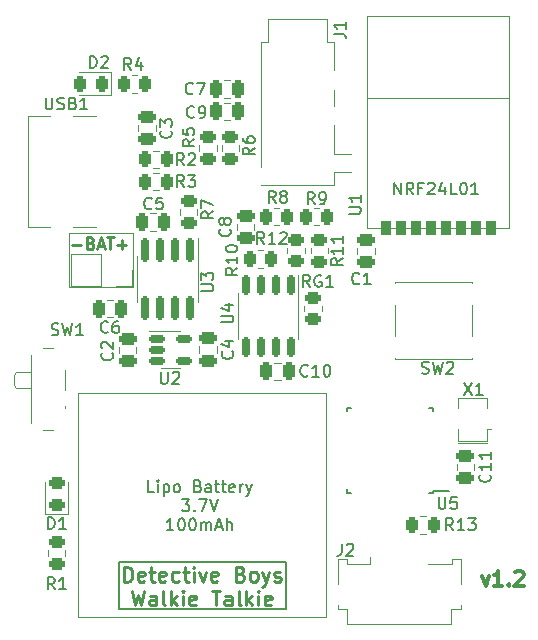
<source format=gbr>
%TF.GenerationSoftware,KiCad,Pcbnew,(6.0.0)*%
%TF.CreationDate,2023-02-19T23:28:08+01:00*%
%TF.ProjectId,DETECTIVE BOYS BADGE,44455445-4354-4495-9645-20424f595320,rev?*%
%TF.SameCoordinates,Original*%
%TF.FileFunction,Legend,Top*%
%TF.FilePolarity,Positive*%
%FSLAX46Y46*%
G04 Gerber Fmt 4.6, Leading zero omitted, Abs format (unit mm)*
G04 Created by KiCad (PCBNEW (6.0.0)) date 2023-02-19 23:28:08*
%MOMM*%
%LPD*%
G01*
G04 APERTURE LIST*
G04 Aperture macros list*
%AMRoundRect*
0 Rectangle with rounded corners*
0 $1 Rounding radius*
0 $2 $3 $4 $5 $6 $7 $8 $9 X,Y pos of 4 corners*
0 Add a 4 corners polygon primitive as box body*
4,1,4,$2,$3,$4,$5,$6,$7,$8,$9,$2,$3,0*
0 Add four circle primitives for the rounded corners*
1,1,$1+$1,$2,$3*
1,1,$1+$1,$4,$5*
1,1,$1+$1,$6,$7*
1,1,$1+$1,$8,$9*
0 Add four rect primitives between the rounded corners*
20,1,$1+$1,$2,$3,$4,$5,0*
20,1,$1+$1,$4,$5,$6,$7,0*
20,1,$1+$1,$6,$7,$8,$9,0*
20,1,$1+$1,$8,$9,$2,$3,0*%
G04 Aperture macros list end*
%ADD10C,0.100000*%
%ADD11C,0.150000*%
%ADD12C,0.300000*%
%ADD13C,0.250000*%
%ADD14C,0.120000*%
%ADD15RoundRect,0.250000X0.250000X0.475000X-0.250000X0.475000X-0.250000X-0.475000X0.250000X-0.475000X0*%
%ADD16RoundRect,0.250000X0.262500X0.450000X-0.262500X0.450000X-0.262500X-0.450000X0.262500X-0.450000X0*%
%ADD17C,1.500000*%
%ADD18R,2.500000X1.200000*%
%ADD19R,1.550000X1.300000*%
%ADD20RoundRect,0.243750X0.456250X-0.243750X0.456250X0.243750X-0.456250X0.243750X-0.456250X-0.243750X0*%
%ADD21RoundRect,0.250000X-0.250000X-0.475000X0.250000X-0.475000X0.250000X0.475000X-0.250000X0.475000X0*%
%ADD22RoundRect,0.400000X0.000000X-0.600000X0.000000X-0.600000X0.000000X0.600000X0.000000X0.600000X0*%
%ADD23RoundRect,0.250000X0.475000X-0.250000X0.475000X0.250000X-0.475000X0.250000X-0.475000X-0.250000X0*%
%ADD24RoundRect,0.150000X-0.150000X0.675000X-0.150000X-0.675000X0.150000X-0.675000X0.150000X0.675000X0*%
%ADD25RoundRect,0.243750X0.243750X0.456250X-0.243750X0.456250X-0.243750X-0.456250X0.243750X-0.456250X0*%
%ADD26C,0.900000*%
%ADD27R,0.800000X1.000000*%
%ADD28R,1.500000X0.700000*%
%ADD29RoundRect,0.250000X0.450000X-0.262500X0.450000X0.262500X-0.450000X0.262500X-0.450000X-0.262500X0*%
%ADD30RoundRect,0.250000X-0.450000X0.262500X-0.450000X-0.262500X0.450000X-0.262500X0.450000X0.262500X0*%
%ADD31RoundRect,0.250000X-0.475000X0.250000X-0.475000X-0.250000X0.475000X-0.250000X0.475000X0.250000X0*%
%ADD32R,1.600000X0.550000*%
%ADD33R,0.550000X1.600000*%
%ADD34R,1.700000X1.700000*%
%ADD35O,1.700000X1.700000*%
%ADD36C,0.650000*%
%ADD37R,1.450000X0.600000*%
%ADD38R,1.450000X0.300000*%
%ADD39O,1.600000X1.000000*%
%ADD40O,2.100000X1.000000*%
%ADD41RoundRect,0.250000X-0.262500X-0.450000X0.262500X-0.450000X0.262500X0.450000X-0.262500X0.450000X0*%
%ADD42R,1.900000X0.400000*%
%ADD43RoundRect,0.150000X-0.512500X-0.150000X0.512500X-0.150000X0.512500X0.150000X-0.512500X0.150000X0*%
%ADD44RoundRect,0.150000X-0.150000X0.825000X-0.150000X-0.825000X0.150000X-0.825000X0.150000X0.825000X0*%
%ADD45R,3.000000X2.290000*%
%ADD46R,0.400000X1.000000*%
%ADD47R,2.000000X1.300000*%
G04 APERTURE END LIST*
D10*
X156800000Y-153900000D02*
X135800000Y-153900000D01*
X135800000Y-153900000D02*
X135800000Y-134900000D01*
X135800000Y-134900000D02*
X156800000Y-134900000D01*
X156800000Y-134900000D02*
X156800000Y-153900000D01*
D11*
X153400000Y-153250000D02*
X139300000Y-153250000D01*
X139300000Y-153250000D02*
X139300000Y-149250000D01*
X139300000Y-149250000D02*
X153400000Y-149250000D01*
X153400000Y-149250000D02*
X153400000Y-153250000D01*
D10*
X135000000Y-121400000D02*
X140500000Y-121400000D01*
X140500000Y-121400000D02*
X140500000Y-126000000D01*
X140500000Y-126000000D02*
X135000000Y-126000000D01*
X135000000Y-126000000D02*
X135000000Y-121400000D01*
D11*
X142242857Y-143342380D02*
X141766666Y-143342380D01*
X141766666Y-142342380D01*
X142576190Y-143342380D02*
X142576190Y-142675714D01*
X142576190Y-142342380D02*
X142528571Y-142390000D01*
X142576190Y-142437619D01*
X142623809Y-142390000D01*
X142576190Y-142342380D01*
X142576190Y-142437619D01*
X143052380Y-142675714D02*
X143052380Y-143675714D01*
X143052380Y-142723333D02*
X143147619Y-142675714D01*
X143338095Y-142675714D01*
X143433333Y-142723333D01*
X143480952Y-142770952D01*
X143528571Y-142866190D01*
X143528571Y-143151904D01*
X143480952Y-143247142D01*
X143433333Y-143294761D01*
X143338095Y-143342380D01*
X143147619Y-143342380D01*
X143052380Y-143294761D01*
X144100000Y-143342380D02*
X144004761Y-143294761D01*
X143957142Y-143247142D01*
X143909523Y-143151904D01*
X143909523Y-142866190D01*
X143957142Y-142770952D01*
X144004761Y-142723333D01*
X144100000Y-142675714D01*
X144242857Y-142675714D01*
X144338095Y-142723333D01*
X144385714Y-142770952D01*
X144433333Y-142866190D01*
X144433333Y-143151904D01*
X144385714Y-143247142D01*
X144338095Y-143294761D01*
X144242857Y-143342380D01*
X144100000Y-143342380D01*
X145957142Y-142818571D02*
X146100000Y-142866190D01*
X146147619Y-142913809D01*
X146195238Y-143009047D01*
X146195238Y-143151904D01*
X146147619Y-143247142D01*
X146100000Y-143294761D01*
X146004761Y-143342380D01*
X145623809Y-143342380D01*
X145623809Y-142342380D01*
X145957142Y-142342380D01*
X146052380Y-142390000D01*
X146100000Y-142437619D01*
X146147619Y-142532857D01*
X146147619Y-142628095D01*
X146100000Y-142723333D01*
X146052380Y-142770952D01*
X145957142Y-142818571D01*
X145623809Y-142818571D01*
X147052380Y-143342380D02*
X147052380Y-142818571D01*
X147004761Y-142723333D01*
X146909523Y-142675714D01*
X146719047Y-142675714D01*
X146623809Y-142723333D01*
X147052380Y-143294761D02*
X146957142Y-143342380D01*
X146719047Y-143342380D01*
X146623809Y-143294761D01*
X146576190Y-143199523D01*
X146576190Y-143104285D01*
X146623809Y-143009047D01*
X146719047Y-142961428D01*
X146957142Y-142961428D01*
X147052380Y-142913809D01*
X147385714Y-142675714D02*
X147766666Y-142675714D01*
X147528571Y-142342380D02*
X147528571Y-143199523D01*
X147576190Y-143294761D01*
X147671428Y-143342380D01*
X147766666Y-143342380D01*
X147957142Y-142675714D02*
X148338095Y-142675714D01*
X148100000Y-142342380D02*
X148100000Y-143199523D01*
X148147619Y-143294761D01*
X148242857Y-143342380D01*
X148338095Y-143342380D01*
X149052380Y-143294761D02*
X148957142Y-143342380D01*
X148766666Y-143342380D01*
X148671428Y-143294761D01*
X148623809Y-143199523D01*
X148623809Y-142818571D01*
X148671428Y-142723333D01*
X148766666Y-142675714D01*
X148957142Y-142675714D01*
X149052380Y-142723333D01*
X149100000Y-142818571D01*
X149100000Y-142913809D01*
X148623809Y-143009047D01*
X149528571Y-143342380D02*
X149528571Y-142675714D01*
X149528571Y-142866190D02*
X149576190Y-142770952D01*
X149623809Y-142723333D01*
X149719047Y-142675714D01*
X149814285Y-142675714D01*
X150052380Y-142675714D02*
X150290476Y-143342380D01*
X150528571Y-142675714D02*
X150290476Y-143342380D01*
X150195238Y-143580476D01*
X150147619Y-143628095D01*
X150052380Y-143675714D01*
X144623809Y-143952380D02*
X145242857Y-143952380D01*
X144909523Y-144333333D01*
X145052380Y-144333333D01*
X145147619Y-144380952D01*
X145195238Y-144428571D01*
X145242857Y-144523809D01*
X145242857Y-144761904D01*
X145195238Y-144857142D01*
X145147619Y-144904761D01*
X145052380Y-144952380D01*
X144766666Y-144952380D01*
X144671428Y-144904761D01*
X144623809Y-144857142D01*
X145671428Y-144857142D02*
X145719047Y-144904761D01*
X145671428Y-144952380D01*
X145623809Y-144904761D01*
X145671428Y-144857142D01*
X145671428Y-144952380D01*
X146052380Y-143952380D02*
X146719047Y-143952380D01*
X146290476Y-144952380D01*
X146957142Y-143952380D02*
X147290476Y-144952380D01*
X147623809Y-143952380D01*
X143885714Y-146562380D02*
X143314285Y-146562380D01*
X143600000Y-146562380D02*
X143600000Y-145562380D01*
X143504761Y-145705238D01*
X143409523Y-145800476D01*
X143314285Y-145848095D01*
X144504761Y-145562380D02*
X144600000Y-145562380D01*
X144695238Y-145610000D01*
X144742857Y-145657619D01*
X144790476Y-145752857D01*
X144838095Y-145943333D01*
X144838095Y-146181428D01*
X144790476Y-146371904D01*
X144742857Y-146467142D01*
X144695238Y-146514761D01*
X144600000Y-146562380D01*
X144504761Y-146562380D01*
X144409523Y-146514761D01*
X144361904Y-146467142D01*
X144314285Y-146371904D01*
X144266666Y-146181428D01*
X144266666Y-145943333D01*
X144314285Y-145752857D01*
X144361904Y-145657619D01*
X144409523Y-145610000D01*
X144504761Y-145562380D01*
X145457142Y-145562380D02*
X145552380Y-145562380D01*
X145647619Y-145610000D01*
X145695238Y-145657619D01*
X145742857Y-145752857D01*
X145790476Y-145943333D01*
X145790476Y-146181428D01*
X145742857Y-146371904D01*
X145695238Y-146467142D01*
X145647619Y-146514761D01*
X145552380Y-146562380D01*
X145457142Y-146562380D01*
X145361904Y-146514761D01*
X145314285Y-146467142D01*
X145266666Y-146371904D01*
X145219047Y-146181428D01*
X145219047Y-145943333D01*
X145266666Y-145752857D01*
X145314285Y-145657619D01*
X145361904Y-145610000D01*
X145457142Y-145562380D01*
X146219047Y-146562380D02*
X146219047Y-145895714D01*
X146219047Y-145990952D02*
X146266666Y-145943333D01*
X146361904Y-145895714D01*
X146504761Y-145895714D01*
X146600000Y-145943333D01*
X146647619Y-146038571D01*
X146647619Y-146562380D01*
X146647619Y-146038571D02*
X146695238Y-145943333D01*
X146790476Y-145895714D01*
X146933333Y-145895714D01*
X147028571Y-145943333D01*
X147076190Y-146038571D01*
X147076190Y-146562380D01*
X147504761Y-146276666D02*
X147980952Y-146276666D01*
X147409523Y-146562380D02*
X147742857Y-145562380D01*
X148076190Y-146562380D01*
X148409523Y-146562380D02*
X148409523Y-145562380D01*
X148838095Y-146562380D02*
X148838095Y-146038571D01*
X148790476Y-145943333D01*
X148695238Y-145895714D01*
X148552380Y-145895714D01*
X148457142Y-145943333D01*
X148409523Y-145990952D01*
D12*
X170014285Y-150432142D02*
X170311904Y-151265476D01*
X170609523Y-150432142D01*
X171740476Y-151265476D02*
X171026190Y-151265476D01*
X171383333Y-151265476D02*
X171383333Y-150015476D01*
X171264285Y-150194047D01*
X171145238Y-150313095D01*
X171026190Y-150372619D01*
X172276190Y-151146428D02*
X172335714Y-151205952D01*
X172276190Y-151265476D01*
X172216666Y-151205952D01*
X172276190Y-151146428D01*
X172276190Y-151265476D01*
X172811904Y-150134523D02*
X172871428Y-150075000D01*
X172990476Y-150015476D01*
X173288095Y-150015476D01*
X173407142Y-150075000D01*
X173466666Y-150134523D01*
X173526190Y-150253571D01*
X173526190Y-150372619D01*
X173466666Y-150551190D01*
X172752380Y-151265476D01*
X173526190Y-151265476D01*
D13*
X135290476Y-122371428D02*
X136052380Y-122371428D01*
X136861904Y-122228571D02*
X137004761Y-122276190D01*
X137052380Y-122323809D01*
X137100000Y-122419047D01*
X137100000Y-122561904D01*
X137052380Y-122657142D01*
X137004761Y-122704761D01*
X136909523Y-122752380D01*
X136528571Y-122752380D01*
X136528571Y-121752380D01*
X136861904Y-121752380D01*
X136957142Y-121800000D01*
X137004761Y-121847619D01*
X137052380Y-121942857D01*
X137052380Y-122038095D01*
X137004761Y-122133333D01*
X136957142Y-122180952D01*
X136861904Y-122228571D01*
X136528571Y-122228571D01*
X137480952Y-122466666D02*
X137957142Y-122466666D01*
X137385714Y-122752380D02*
X137719047Y-121752380D01*
X138052380Y-122752380D01*
X138242857Y-121752380D02*
X138814285Y-121752380D01*
X138528571Y-122752380D02*
X138528571Y-121752380D01*
X139147619Y-122371428D02*
X139909523Y-122371428D01*
X139528571Y-122752380D02*
X139528571Y-121990476D01*
X139692857Y-150909226D02*
X139692857Y-149659226D01*
X139990476Y-149659226D01*
X140169047Y-149718750D01*
X140288095Y-149837797D01*
X140347619Y-149956845D01*
X140407142Y-150194940D01*
X140407142Y-150373511D01*
X140347619Y-150611607D01*
X140288095Y-150730654D01*
X140169047Y-150849702D01*
X139990476Y-150909226D01*
X139692857Y-150909226D01*
X141419047Y-150849702D02*
X141300000Y-150909226D01*
X141061904Y-150909226D01*
X140942857Y-150849702D01*
X140883333Y-150730654D01*
X140883333Y-150254464D01*
X140942857Y-150135416D01*
X141061904Y-150075892D01*
X141300000Y-150075892D01*
X141419047Y-150135416D01*
X141478571Y-150254464D01*
X141478571Y-150373511D01*
X140883333Y-150492559D01*
X141835714Y-150075892D02*
X142311904Y-150075892D01*
X142014285Y-149659226D02*
X142014285Y-150730654D01*
X142073809Y-150849702D01*
X142192857Y-150909226D01*
X142311904Y-150909226D01*
X143204761Y-150849702D02*
X143085714Y-150909226D01*
X142847619Y-150909226D01*
X142728571Y-150849702D01*
X142669047Y-150730654D01*
X142669047Y-150254464D01*
X142728571Y-150135416D01*
X142847619Y-150075892D01*
X143085714Y-150075892D01*
X143204761Y-150135416D01*
X143264285Y-150254464D01*
X143264285Y-150373511D01*
X142669047Y-150492559D01*
X144335714Y-150849702D02*
X144216666Y-150909226D01*
X143978571Y-150909226D01*
X143859523Y-150849702D01*
X143800000Y-150790178D01*
X143740476Y-150671130D01*
X143740476Y-150313988D01*
X143800000Y-150194940D01*
X143859523Y-150135416D01*
X143978571Y-150075892D01*
X144216666Y-150075892D01*
X144335714Y-150135416D01*
X144692857Y-150075892D02*
X145169047Y-150075892D01*
X144871428Y-149659226D02*
X144871428Y-150730654D01*
X144930952Y-150849702D01*
X145050000Y-150909226D01*
X145169047Y-150909226D01*
X145585714Y-150909226D02*
X145585714Y-150075892D01*
X145585714Y-149659226D02*
X145526190Y-149718750D01*
X145585714Y-149778273D01*
X145645238Y-149718750D01*
X145585714Y-149659226D01*
X145585714Y-149778273D01*
X146061904Y-150075892D02*
X146359523Y-150909226D01*
X146657142Y-150075892D01*
X147609523Y-150849702D02*
X147490476Y-150909226D01*
X147252380Y-150909226D01*
X147133333Y-150849702D01*
X147073809Y-150730654D01*
X147073809Y-150254464D01*
X147133333Y-150135416D01*
X147252380Y-150075892D01*
X147490476Y-150075892D01*
X147609523Y-150135416D01*
X147669047Y-150254464D01*
X147669047Y-150373511D01*
X147073809Y-150492559D01*
X149573809Y-150254464D02*
X149752380Y-150313988D01*
X149811904Y-150373511D01*
X149871428Y-150492559D01*
X149871428Y-150671130D01*
X149811904Y-150790178D01*
X149752380Y-150849702D01*
X149633333Y-150909226D01*
X149157142Y-150909226D01*
X149157142Y-149659226D01*
X149573809Y-149659226D01*
X149692857Y-149718750D01*
X149752380Y-149778273D01*
X149811904Y-149897321D01*
X149811904Y-150016369D01*
X149752380Y-150135416D01*
X149692857Y-150194940D01*
X149573809Y-150254464D01*
X149157142Y-150254464D01*
X150585714Y-150909226D02*
X150466666Y-150849702D01*
X150407142Y-150790178D01*
X150347619Y-150671130D01*
X150347619Y-150313988D01*
X150407142Y-150194940D01*
X150466666Y-150135416D01*
X150585714Y-150075892D01*
X150764285Y-150075892D01*
X150883333Y-150135416D01*
X150942857Y-150194940D01*
X151002380Y-150313988D01*
X151002380Y-150671130D01*
X150942857Y-150790178D01*
X150883333Y-150849702D01*
X150764285Y-150909226D01*
X150585714Y-150909226D01*
X151419047Y-150075892D02*
X151716666Y-150909226D01*
X152014285Y-150075892D02*
X151716666Y-150909226D01*
X151597619Y-151206845D01*
X151538095Y-151266369D01*
X151419047Y-151325892D01*
X152430952Y-150849702D02*
X152550000Y-150909226D01*
X152788095Y-150909226D01*
X152907142Y-150849702D01*
X152966666Y-150730654D01*
X152966666Y-150671130D01*
X152907142Y-150552083D01*
X152788095Y-150492559D01*
X152609523Y-150492559D01*
X152490476Y-150433035D01*
X152430952Y-150313988D01*
X152430952Y-150254464D01*
X152490476Y-150135416D01*
X152609523Y-150075892D01*
X152788095Y-150075892D01*
X152907142Y-150135416D01*
X140347619Y-151671726D02*
X140645238Y-152921726D01*
X140883333Y-152028869D01*
X141121428Y-152921726D01*
X141419047Y-151671726D01*
X142430952Y-152921726D02*
X142430952Y-152266964D01*
X142371428Y-152147916D01*
X142252380Y-152088392D01*
X142014285Y-152088392D01*
X141895238Y-152147916D01*
X142430952Y-152862202D02*
X142311904Y-152921726D01*
X142014285Y-152921726D01*
X141895238Y-152862202D01*
X141835714Y-152743154D01*
X141835714Y-152624107D01*
X141895238Y-152505059D01*
X142014285Y-152445535D01*
X142311904Y-152445535D01*
X142430952Y-152386011D01*
X143204761Y-152921726D02*
X143085714Y-152862202D01*
X143026190Y-152743154D01*
X143026190Y-151671726D01*
X143680952Y-152921726D02*
X143680952Y-151671726D01*
X143800000Y-152445535D02*
X144157142Y-152921726D01*
X144157142Y-152088392D02*
X143680952Y-152564583D01*
X144692857Y-152921726D02*
X144692857Y-152088392D01*
X144692857Y-151671726D02*
X144633333Y-151731250D01*
X144692857Y-151790773D01*
X144752380Y-151731250D01*
X144692857Y-151671726D01*
X144692857Y-151790773D01*
X145764285Y-152862202D02*
X145645238Y-152921726D01*
X145407142Y-152921726D01*
X145288095Y-152862202D01*
X145228571Y-152743154D01*
X145228571Y-152266964D01*
X145288095Y-152147916D01*
X145407142Y-152088392D01*
X145645238Y-152088392D01*
X145764285Y-152147916D01*
X145823809Y-152266964D01*
X145823809Y-152386011D01*
X145228571Y-152505059D01*
X147133333Y-151671726D02*
X147847619Y-151671726D01*
X147490476Y-152921726D02*
X147490476Y-151671726D01*
X148800000Y-152921726D02*
X148800000Y-152266964D01*
X148740476Y-152147916D01*
X148621428Y-152088392D01*
X148383333Y-152088392D01*
X148264285Y-152147916D01*
X148800000Y-152862202D02*
X148680952Y-152921726D01*
X148383333Y-152921726D01*
X148264285Y-152862202D01*
X148204761Y-152743154D01*
X148204761Y-152624107D01*
X148264285Y-152505059D01*
X148383333Y-152445535D01*
X148680952Y-152445535D01*
X148800000Y-152386011D01*
X149573809Y-152921726D02*
X149454761Y-152862202D01*
X149395238Y-152743154D01*
X149395238Y-151671726D01*
X150050000Y-152921726D02*
X150050000Y-151671726D01*
X150169047Y-152445535D02*
X150526190Y-152921726D01*
X150526190Y-152088392D02*
X150050000Y-152564583D01*
X151061904Y-152921726D02*
X151061904Y-152088392D01*
X151061904Y-151671726D02*
X151002380Y-151731250D01*
X151061904Y-151790773D01*
X151121428Y-151731250D01*
X151061904Y-151671726D01*
X151061904Y-151790773D01*
X152133333Y-152862202D02*
X152014285Y-152921726D01*
X151776190Y-152921726D01*
X151657142Y-152862202D01*
X151597619Y-152743154D01*
X151597619Y-152266964D01*
X151657142Y-152147916D01*
X151776190Y-152088392D01*
X152014285Y-152088392D01*
X152133333Y-152147916D01*
X152192857Y-152266964D01*
X152192857Y-152386011D01*
X151597619Y-152505059D01*
D11*
%TO.C,C6*%
X138333333Y-129757142D02*
X138285714Y-129804761D01*
X138142857Y-129852380D01*
X138047619Y-129852380D01*
X137904761Y-129804761D01*
X137809523Y-129709523D01*
X137761904Y-129614285D01*
X137714285Y-129423809D01*
X137714285Y-129280952D01*
X137761904Y-129090476D01*
X137809523Y-128995238D01*
X137904761Y-128900000D01*
X138047619Y-128852380D01*
X138142857Y-128852380D01*
X138285714Y-128900000D01*
X138333333Y-128947619D01*
X139190476Y-128852380D02*
X139000000Y-128852380D01*
X138904761Y-128900000D01*
X138857142Y-128947619D01*
X138761904Y-129090476D01*
X138714285Y-129280952D01*
X138714285Y-129661904D01*
X138761904Y-129757142D01*
X138809523Y-129804761D01*
X138904761Y-129852380D01*
X139095238Y-129852380D01*
X139190476Y-129804761D01*
X139238095Y-129757142D01*
X139285714Y-129661904D01*
X139285714Y-129423809D01*
X139238095Y-129328571D01*
X139190476Y-129280952D01*
X139095238Y-129233333D01*
X138904761Y-129233333D01*
X138809523Y-129280952D01*
X138761904Y-129328571D01*
X138714285Y-129423809D01*
%TO.C,R9*%
X155833333Y-118952380D02*
X155500000Y-118476190D01*
X155261904Y-118952380D02*
X155261904Y-117952380D01*
X155642857Y-117952380D01*
X155738095Y-118000000D01*
X155785714Y-118047619D01*
X155833333Y-118142857D01*
X155833333Y-118285714D01*
X155785714Y-118380952D01*
X155738095Y-118428571D01*
X155642857Y-118476190D01*
X155261904Y-118476190D01*
X156309523Y-118952380D02*
X156500000Y-118952380D01*
X156595238Y-118904761D01*
X156642857Y-118857142D01*
X156738095Y-118714285D01*
X156785714Y-118523809D01*
X156785714Y-118142857D01*
X156738095Y-118047619D01*
X156690476Y-118000000D01*
X156595238Y-117952380D01*
X156404761Y-117952380D01*
X156309523Y-118000000D01*
X156261904Y-118047619D01*
X156214285Y-118142857D01*
X156214285Y-118380952D01*
X156261904Y-118476190D01*
X156309523Y-118523809D01*
X156404761Y-118571428D01*
X156595238Y-118571428D01*
X156690476Y-118523809D01*
X156738095Y-118476190D01*
X156785714Y-118380952D01*
%TO.C,J1*%
X157452380Y-104533333D02*
X158166666Y-104533333D01*
X158309523Y-104580952D01*
X158404761Y-104676190D01*
X158452380Y-104819047D01*
X158452380Y-104914285D01*
X158452380Y-103533333D02*
X158452380Y-104104761D01*
X158452380Y-103819047D02*
X157452380Y-103819047D01*
X157595238Y-103914285D01*
X157690476Y-104009523D01*
X157738095Y-104104761D01*
%TO.C,SW2*%
X164916666Y-133254761D02*
X165059523Y-133302380D01*
X165297619Y-133302380D01*
X165392857Y-133254761D01*
X165440476Y-133207142D01*
X165488095Y-133111904D01*
X165488095Y-133016666D01*
X165440476Y-132921428D01*
X165392857Y-132873809D01*
X165297619Y-132826190D01*
X165107142Y-132778571D01*
X165011904Y-132730952D01*
X164964285Y-132683333D01*
X164916666Y-132588095D01*
X164916666Y-132492857D01*
X164964285Y-132397619D01*
X165011904Y-132350000D01*
X165107142Y-132302380D01*
X165345238Y-132302380D01*
X165488095Y-132350000D01*
X165821428Y-132302380D02*
X166059523Y-133302380D01*
X166250000Y-132588095D01*
X166440476Y-133302380D01*
X166678571Y-132302380D01*
X167011904Y-132397619D02*
X167059523Y-132350000D01*
X167154761Y-132302380D01*
X167392857Y-132302380D01*
X167488095Y-132350000D01*
X167535714Y-132397619D01*
X167583333Y-132492857D01*
X167583333Y-132588095D01*
X167535714Y-132730952D01*
X166964285Y-133302380D01*
X167583333Y-133302380D01*
%TO.C,D1*%
X133261904Y-146452380D02*
X133261904Y-145452380D01*
X133500000Y-145452380D01*
X133642857Y-145500000D01*
X133738095Y-145595238D01*
X133785714Y-145690476D01*
X133833333Y-145880952D01*
X133833333Y-146023809D01*
X133785714Y-146214285D01*
X133738095Y-146309523D01*
X133642857Y-146404761D01*
X133500000Y-146452380D01*
X133261904Y-146452380D01*
X134785714Y-146452380D02*
X134214285Y-146452380D01*
X134500000Y-146452380D02*
X134500000Y-145452380D01*
X134404761Y-145595238D01*
X134309523Y-145690476D01*
X134214285Y-145738095D01*
%TO.C,C7*%
X145533333Y-109557142D02*
X145485714Y-109604761D01*
X145342857Y-109652380D01*
X145247619Y-109652380D01*
X145104761Y-109604761D01*
X145009523Y-109509523D01*
X144961904Y-109414285D01*
X144914285Y-109223809D01*
X144914285Y-109080952D01*
X144961904Y-108890476D01*
X145009523Y-108795238D01*
X145104761Y-108700000D01*
X145247619Y-108652380D01*
X145342857Y-108652380D01*
X145485714Y-108700000D01*
X145533333Y-108747619D01*
X145866666Y-108652380D02*
X146533333Y-108652380D01*
X146104761Y-109652380D01*
%TO.C,U1*%
X158747380Y-119741904D02*
X159556904Y-119741904D01*
X159652142Y-119694285D01*
X159699761Y-119646666D01*
X159747380Y-119551428D01*
X159747380Y-119360952D01*
X159699761Y-119265714D01*
X159652142Y-119218095D01*
X159556904Y-119170476D01*
X158747380Y-119170476D01*
X159747380Y-118170476D02*
X159747380Y-118741904D01*
X159747380Y-118456190D02*
X158747380Y-118456190D01*
X158890238Y-118551428D01*
X158985476Y-118646666D01*
X159033095Y-118741904D01*
X162571190Y-118132380D02*
X162571190Y-117132380D01*
X163142619Y-118132380D01*
X163142619Y-117132380D01*
X164190238Y-118132380D02*
X163856904Y-117656190D01*
X163618809Y-118132380D02*
X163618809Y-117132380D01*
X163999761Y-117132380D01*
X164095000Y-117180000D01*
X164142619Y-117227619D01*
X164190238Y-117322857D01*
X164190238Y-117465714D01*
X164142619Y-117560952D01*
X164095000Y-117608571D01*
X163999761Y-117656190D01*
X163618809Y-117656190D01*
X164952142Y-117608571D02*
X164618809Y-117608571D01*
X164618809Y-118132380D02*
X164618809Y-117132380D01*
X165095000Y-117132380D01*
X165428333Y-117227619D02*
X165475952Y-117180000D01*
X165571190Y-117132380D01*
X165809285Y-117132380D01*
X165904523Y-117180000D01*
X165952142Y-117227619D01*
X165999761Y-117322857D01*
X165999761Y-117418095D01*
X165952142Y-117560952D01*
X165380714Y-118132380D01*
X165999761Y-118132380D01*
X166856904Y-117465714D02*
X166856904Y-118132380D01*
X166618809Y-117084761D02*
X166380714Y-117799047D01*
X166999761Y-117799047D01*
X167856904Y-118132380D02*
X167380714Y-118132380D01*
X167380714Y-117132380D01*
X168380714Y-117132380D02*
X168475952Y-117132380D01*
X168571190Y-117180000D01*
X168618809Y-117227619D01*
X168666428Y-117322857D01*
X168714047Y-117513333D01*
X168714047Y-117751428D01*
X168666428Y-117941904D01*
X168618809Y-118037142D01*
X168571190Y-118084761D01*
X168475952Y-118132380D01*
X168380714Y-118132380D01*
X168285476Y-118084761D01*
X168237857Y-118037142D01*
X168190238Y-117941904D01*
X168142619Y-117751428D01*
X168142619Y-117513333D01*
X168190238Y-117322857D01*
X168237857Y-117227619D01*
X168285476Y-117180000D01*
X168380714Y-117132380D01*
X169666428Y-118132380D02*
X169095000Y-118132380D01*
X169380714Y-118132380D02*
X169380714Y-117132380D01*
X169285476Y-117275238D01*
X169190238Y-117370476D01*
X169095000Y-117418095D01*
%TO.C,C9*%
X145633333Y-111557142D02*
X145585714Y-111604761D01*
X145442857Y-111652380D01*
X145347619Y-111652380D01*
X145204761Y-111604761D01*
X145109523Y-111509523D01*
X145061904Y-111414285D01*
X145014285Y-111223809D01*
X145014285Y-111080952D01*
X145061904Y-110890476D01*
X145109523Y-110795238D01*
X145204761Y-110700000D01*
X145347619Y-110652380D01*
X145442857Y-110652380D01*
X145585714Y-110700000D01*
X145633333Y-110747619D01*
X146109523Y-111652380D02*
X146300000Y-111652380D01*
X146395238Y-111604761D01*
X146442857Y-111557142D01*
X146538095Y-111414285D01*
X146585714Y-111223809D01*
X146585714Y-110842857D01*
X146538095Y-110747619D01*
X146490476Y-110700000D01*
X146395238Y-110652380D01*
X146204761Y-110652380D01*
X146109523Y-110700000D01*
X146061904Y-110747619D01*
X146014285Y-110842857D01*
X146014285Y-111080952D01*
X146061904Y-111176190D01*
X146109523Y-111223809D01*
X146204761Y-111271428D01*
X146395238Y-111271428D01*
X146490476Y-111223809D01*
X146538095Y-111176190D01*
X146585714Y-111080952D01*
%TO.C,C5*%
X142033333Y-119307142D02*
X141985714Y-119354761D01*
X141842857Y-119402380D01*
X141747619Y-119402380D01*
X141604761Y-119354761D01*
X141509523Y-119259523D01*
X141461904Y-119164285D01*
X141414285Y-118973809D01*
X141414285Y-118830952D01*
X141461904Y-118640476D01*
X141509523Y-118545238D01*
X141604761Y-118450000D01*
X141747619Y-118402380D01*
X141842857Y-118402380D01*
X141985714Y-118450000D01*
X142033333Y-118497619D01*
X142938095Y-118402380D02*
X142461904Y-118402380D01*
X142414285Y-118878571D01*
X142461904Y-118830952D01*
X142557142Y-118783333D01*
X142795238Y-118783333D01*
X142890476Y-118830952D01*
X142938095Y-118878571D01*
X142985714Y-118973809D01*
X142985714Y-119211904D01*
X142938095Y-119307142D01*
X142890476Y-119354761D01*
X142795238Y-119402380D01*
X142557142Y-119402380D01*
X142461904Y-119354761D01*
X142414285Y-119307142D01*
%TO.C,R13*%
X167557142Y-146552380D02*
X167223809Y-146076190D01*
X166985714Y-146552380D02*
X166985714Y-145552380D01*
X167366666Y-145552380D01*
X167461904Y-145600000D01*
X167509523Y-145647619D01*
X167557142Y-145742857D01*
X167557142Y-145885714D01*
X167509523Y-145980952D01*
X167461904Y-146028571D01*
X167366666Y-146076190D01*
X166985714Y-146076190D01*
X168509523Y-146552380D02*
X167938095Y-146552380D01*
X168223809Y-146552380D02*
X168223809Y-145552380D01*
X168128571Y-145695238D01*
X168033333Y-145790476D01*
X167938095Y-145838095D01*
X168842857Y-145552380D02*
X169461904Y-145552380D01*
X169128571Y-145933333D01*
X169271428Y-145933333D01*
X169366666Y-145980952D01*
X169414285Y-146028571D01*
X169461904Y-146123809D01*
X169461904Y-146361904D01*
X169414285Y-146457142D01*
X169366666Y-146504761D01*
X169271428Y-146552380D01*
X168985714Y-146552380D01*
X168890476Y-146504761D01*
X168842857Y-146457142D01*
%TO.C,C11*%
X170657142Y-141842857D02*
X170704761Y-141890476D01*
X170752380Y-142033333D01*
X170752380Y-142128571D01*
X170704761Y-142271428D01*
X170609523Y-142366666D01*
X170514285Y-142414285D01*
X170323809Y-142461904D01*
X170180952Y-142461904D01*
X169990476Y-142414285D01*
X169895238Y-142366666D01*
X169800000Y-142271428D01*
X169752380Y-142128571D01*
X169752380Y-142033333D01*
X169800000Y-141890476D01*
X169847619Y-141842857D01*
X170752380Y-140890476D02*
X170752380Y-141461904D01*
X170752380Y-141176190D02*
X169752380Y-141176190D01*
X169895238Y-141271428D01*
X169990476Y-141366666D01*
X170038095Y-141461904D01*
X170752380Y-139938095D02*
X170752380Y-140509523D01*
X170752380Y-140223809D02*
X169752380Y-140223809D01*
X169895238Y-140319047D01*
X169990476Y-140414285D01*
X170038095Y-140509523D01*
%TO.C,U4*%
X147952380Y-128961904D02*
X148761904Y-128961904D01*
X148857142Y-128914285D01*
X148904761Y-128866666D01*
X148952380Y-128771428D01*
X148952380Y-128580952D01*
X148904761Y-128485714D01*
X148857142Y-128438095D01*
X148761904Y-128390476D01*
X147952380Y-128390476D01*
X148285714Y-127485714D02*
X148952380Y-127485714D01*
X147904761Y-127723809D02*
X148619047Y-127961904D01*
X148619047Y-127342857D01*
%TO.C,D2*%
X136811904Y-107402380D02*
X136811904Y-106402380D01*
X137050000Y-106402380D01*
X137192857Y-106450000D01*
X137288095Y-106545238D01*
X137335714Y-106640476D01*
X137383333Y-106830952D01*
X137383333Y-106973809D01*
X137335714Y-107164285D01*
X137288095Y-107259523D01*
X137192857Y-107354761D01*
X137050000Y-107402380D01*
X136811904Y-107402380D01*
X137764285Y-106497619D02*
X137811904Y-106450000D01*
X137907142Y-106402380D01*
X138145238Y-106402380D01*
X138240476Y-106450000D01*
X138288095Y-106497619D01*
X138335714Y-106592857D01*
X138335714Y-106688095D01*
X138288095Y-106830952D01*
X137716666Y-107402380D01*
X138335714Y-107402380D01*
%TO.C,SW1*%
X133566666Y-130004761D02*
X133709523Y-130052380D01*
X133947619Y-130052380D01*
X134042857Y-130004761D01*
X134090476Y-129957142D01*
X134138095Y-129861904D01*
X134138095Y-129766666D01*
X134090476Y-129671428D01*
X134042857Y-129623809D01*
X133947619Y-129576190D01*
X133757142Y-129528571D01*
X133661904Y-129480952D01*
X133614285Y-129433333D01*
X133566666Y-129338095D01*
X133566666Y-129242857D01*
X133614285Y-129147619D01*
X133661904Y-129100000D01*
X133757142Y-129052380D01*
X133995238Y-129052380D01*
X134138095Y-129100000D01*
X134471428Y-129052380D02*
X134709523Y-130052380D01*
X134900000Y-129338095D01*
X135090476Y-130052380D01*
X135328571Y-129052380D01*
X136233333Y-130052380D02*
X135661904Y-130052380D01*
X135947619Y-130052380D02*
X135947619Y-129052380D01*
X135852380Y-129195238D01*
X135757142Y-129290476D01*
X135661904Y-129338095D01*
%TO.C,R6*%
X150752380Y-114166666D02*
X150276190Y-114500000D01*
X150752380Y-114738095D02*
X149752380Y-114738095D01*
X149752380Y-114357142D01*
X149800000Y-114261904D01*
X149847619Y-114214285D01*
X149942857Y-114166666D01*
X150085714Y-114166666D01*
X150180952Y-114214285D01*
X150228571Y-114261904D01*
X150276190Y-114357142D01*
X150276190Y-114738095D01*
X149752380Y-113309523D02*
X149752380Y-113500000D01*
X149800000Y-113595238D01*
X149847619Y-113642857D01*
X149990476Y-113738095D01*
X150180952Y-113785714D01*
X150561904Y-113785714D01*
X150657142Y-113738095D01*
X150704761Y-113690476D01*
X150752380Y-113595238D01*
X150752380Y-113404761D01*
X150704761Y-113309523D01*
X150657142Y-113261904D01*
X150561904Y-113214285D01*
X150323809Y-113214285D01*
X150228571Y-113261904D01*
X150180952Y-113309523D01*
X150133333Y-113404761D01*
X150133333Y-113595238D01*
X150180952Y-113690476D01*
X150228571Y-113738095D01*
X150323809Y-113785714D01*
%TO.C,R8*%
X152533333Y-118852380D02*
X152200000Y-118376190D01*
X151961904Y-118852380D02*
X151961904Y-117852380D01*
X152342857Y-117852380D01*
X152438095Y-117900000D01*
X152485714Y-117947619D01*
X152533333Y-118042857D01*
X152533333Y-118185714D01*
X152485714Y-118280952D01*
X152438095Y-118328571D01*
X152342857Y-118376190D01*
X151961904Y-118376190D01*
X153104761Y-118280952D02*
X153009523Y-118233333D01*
X152961904Y-118185714D01*
X152914285Y-118090476D01*
X152914285Y-118042857D01*
X152961904Y-117947619D01*
X153009523Y-117900000D01*
X153104761Y-117852380D01*
X153295238Y-117852380D01*
X153390476Y-117900000D01*
X153438095Y-117947619D01*
X153485714Y-118042857D01*
X153485714Y-118090476D01*
X153438095Y-118185714D01*
X153390476Y-118233333D01*
X153295238Y-118280952D01*
X153104761Y-118280952D01*
X153009523Y-118328571D01*
X152961904Y-118376190D01*
X152914285Y-118471428D01*
X152914285Y-118661904D01*
X152961904Y-118757142D01*
X153009523Y-118804761D01*
X153104761Y-118852380D01*
X153295238Y-118852380D01*
X153390476Y-118804761D01*
X153438095Y-118757142D01*
X153485714Y-118661904D01*
X153485714Y-118471428D01*
X153438095Y-118376190D01*
X153390476Y-118328571D01*
X153295238Y-118280952D01*
%TO.C,R7*%
X147252380Y-119566666D02*
X146776190Y-119900000D01*
X147252380Y-120138095D02*
X146252380Y-120138095D01*
X146252380Y-119757142D01*
X146300000Y-119661904D01*
X146347619Y-119614285D01*
X146442857Y-119566666D01*
X146585714Y-119566666D01*
X146680952Y-119614285D01*
X146728571Y-119661904D01*
X146776190Y-119757142D01*
X146776190Y-120138095D01*
X146252380Y-119233333D02*
X146252380Y-118566666D01*
X147252380Y-118995238D01*
%TO.C,R5*%
X145652380Y-113466666D02*
X145176190Y-113800000D01*
X145652380Y-114038095D02*
X144652380Y-114038095D01*
X144652380Y-113657142D01*
X144700000Y-113561904D01*
X144747619Y-113514285D01*
X144842857Y-113466666D01*
X144985714Y-113466666D01*
X145080952Y-113514285D01*
X145128571Y-113561904D01*
X145176190Y-113657142D01*
X145176190Y-114038095D01*
X144652380Y-112561904D02*
X144652380Y-113038095D01*
X145128571Y-113085714D01*
X145080952Y-113038095D01*
X145033333Y-112942857D01*
X145033333Y-112704761D01*
X145080952Y-112609523D01*
X145128571Y-112561904D01*
X145223809Y-112514285D01*
X145461904Y-112514285D01*
X145557142Y-112561904D01*
X145604761Y-112609523D01*
X145652380Y-112704761D01*
X145652380Y-112942857D01*
X145604761Y-113038095D01*
X145557142Y-113085714D01*
%TO.C,RG1*%
X155433333Y-125952380D02*
X155100000Y-125476190D01*
X154861904Y-125952380D02*
X154861904Y-124952380D01*
X155242857Y-124952380D01*
X155338095Y-125000000D01*
X155385714Y-125047619D01*
X155433333Y-125142857D01*
X155433333Y-125285714D01*
X155385714Y-125380952D01*
X155338095Y-125428571D01*
X155242857Y-125476190D01*
X154861904Y-125476190D01*
X156385714Y-125000000D02*
X156290476Y-124952380D01*
X156147619Y-124952380D01*
X156004761Y-125000000D01*
X155909523Y-125095238D01*
X155861904Y-125190476D01*
X155814285Y-125380952D01*
X155814285Y-125523809D01*
X155861904Y-125714285D01*
X155909523Y-125809523D01*
X156004761Y-125904761D01*
X156147619Y-125952380D01*
X156242857Y-125952380D01*
X156385714Y-125904761D01*
X156433333Y-125857142D01*
X156433333Y-125523809D01*
X156242857Y-125523809D01*
X157385714Y-125952380D02*
X156814285Y-125952380D01*
X157100000Y-125952380D02*
X157100000Y-124952380D01*
X157004761Y-125095238D01*
X156909523Y-125190476D01*
X156814285Y-125238095D01*
%TO.C,C2*%
X138682142Y-131541666D02*
X138729761Y-131589285D01*
X138777380Y-131732142D01*
X138777380Y-131827380D01*
X138729761Y-131970238D01*
X138634523Y-132065476D01*
X138539285Y-132113095D01*
X138348809Y-132160714D01*
X138205952Y-132160714D01*
X138015476Y-132113095D01*
X137920238Y-132065476D01*
X137825000Y-131970238D01*
X137777380Y-131827380D01*
X137777380Y-131732142D01*
X137825000Y-131589285D01*
X137872619Y-131541666D01*
X137872619Y-131160714D02*
X137825000Y-131113095D01*
X137777380Y-131017857D01*
X137777380Y-130779761D01*
X137825000Y-130684523D01*
X137872619Y-130636904D01*
X137967857Y-130589285D01*
X138063095Y-130589285D01*
X138205952Y-130636904D01*
X138777380Y-131208333D01*
X138777380Y-130589285D01*
%TO.C,R11*%
X158202380Y-123542857D02*
X157726190Y-123876190D01*
X158202380Y-124114285D02*
X157202380Y-124114285D01*
X157202380Y-123733333D01*
X157250000Y-123638095D01*
X157297619Y-123590476D01*
X157392857Y-123542857D01*
X157535714Y-123542857D01*
X157630952Y-123590476D01*
X157678571Y-123638095D01*
X157726190Y-123733333D01*
X157726190Y-124114285D01*
X158202380Y-122590476D02*
X158202380Y-123161904D01*
X158202380Y-122876190D02*
X157202380Y-122876190D01*
X157345238Y-122971428D01*
X157440476Y-123066666D01*
X157488095Y-123161904D01*
X158202380Y-121638095D02*
X158202380Y-122209523D01*
X158202380Y-121923809D02*
X157202380Y-121923809D01*
X157345238Y-122019047D01*
X157440476Y-122114285D01*
X157488095Y-122209523D01*
%TO.C,U5*%
X166338095Y-143752380D02*
X166338095Y-144561904D01*
X166385714Y-144657142D01*
X166433333Y-144704761D01*
X166528571Y-144752380D01*
X166719047Y-144752380D01*
X166814285Y-144704761D01*
X166861904Y-144657142D01*
X166909523Y-144561904D01*
X166909523Y-143752380D01*
X167861904Y-143752380D02*
X167385714Y-143752380D01*
X167338095Y-144228571D01*
X167385714Y-144180952D01*
X167480952Y-144133333D01*
X167719047Y-144133333D01*
X167814285Y-144180952D01*
X167861904Y-144228571D01*
X167909523Y-144323809D01*
X167909523Y-144561904D01*
X167861904Y-144657142D01*
X167814285Y-144704761D01*
X167719047Y-144752380D01*
X167480952Y-144752380D01*
X167385714Y-144704761D01*
X167338095Y-144657142D01*
%TO.C,C1*%
X159633333Y-125657142D02*
X159585714Y-125704761D01*
X159442857Y-125752380D01*
X159347619Y-125752380D01*
X159204761Y-125704761D01*
X159109523Y-125609523D01*
X159061904Y-125514285D01*
X159014285Y-125323809D01*
X159014285Y-125180952D01*
X159061904Y-124990476D01*
X159109523Y-124895238D01*
X159204761Y-124800000D01*
X159347619Y-124752380D01*
X159442857Y-124752380D01*
X159585714Y-124800000D01*
X159633333Y-124847619D01*
X160585714Y-125752380D02*
X160014285Y-125752380D01*
X160300000Y-125752380D02*
X160300000Y-124752380D01*
X160204761Y-124895238D01*
X160109523Y-124990476D01*
X160014285Y-125038095D01*
%TO.C,C3*%
X143657142Y-112716666D02*
X143704761Y-112764285D01*
X143752380Y-112907142D01*
X143752380Y-113002380D01*
X143704761Y-113145238D01*
X143609523Y-113240476D01*
X143514285Y-113288095D01*
X143323809Y-113335714D01*
X143180952Y-113335714D01*
X142990476Y-113288095D01*
X142895238Y-113240476D01*
X142800000Y-113145238D01*
X142752380Y-113002380D01*
X142752380Y-112907142D01*
X142800000Y-112764285D01*
X142847619Y-112716666D01*
X142752380Y-112383333D02*
X142752380Y-111764285D01*
X143133333Y-112097619D01*
X143133333Y-111954761D01*
X143180952Y-111859523D01*
X143228571Y-111811904D01*
X143323809Y-111764285D01*
X143561904Y-111764285D01*
X143657142Y-111811904D01*
X143704761Y-111859523D01*
X143752380Y-111954761D01*
X143752380Y-112240476D01*
X143704761Y-112335714D01*
X143657142Y-112383333D01*
%TO.C,R10*%
X149302380Y-124342857D02*
X148826190Y-124676190D01*
X149302380Y-124914285D02*
X148302380Y-124914285D01*
X148302380Y-124533333D01*
X148350000Y-124438095D01*
X148397619Y-124390476D01*
X148492857Y-124342857D01*
X148635714Y-124342857D01*
X148730952Y-124390476D01*
X148778571Y-124438095D01*
X148826190Y-124533333D01*
X148826190Y-124914285D01*
X149302380Y-123390476D02*
X149302380Y-123961904D01*
X149302380Y-123676190D02*
X148302380Y-123676190D01*
X148445238Y-123771428D01*
X148540476Y-123866666D01*
X148588095Y-123961904D01*
X148302380Y-122771428D02*
X148302380Y-122676190D01*
X148350000Y-122580952D01*
X148397619Y-122533333D01*
X148492857Y-122485714D01*
X148683333Y-122438095D01*
X148921428Y-122438095D01*
X149111904Y-122485714D01*
X149207142Y-122533333D01*
X149254761Y-122580952D01*
X149302380Y-122676190D01*
X149302380Y-122771428D01*
X149254761Y-122866666D01*
X149207142Y-122914285D01*
X149111904Y-122961904D01*
X148921428Y-123009523D01*
X148683333Y-123009523D01*
X148492857Y-122961904D01*
X148397619Y-122914285D01*
X148350000Y-122866666D01*
X148302380Y-122771428D01*
%TO.C,USB1*%
X133061904Y-109927380D02*
X133061904Y-110736904D01*
X133109523Y-110832142D01*
X133157142Y-110879761D01*
X133252380Y-110927380D01*
X133442857Y-110927380D01*
X133538095Y-110879761D01*
X133585714Y-110832142D01*
X133633333Y-110736904D01*
X133633333Y-109927380D01*
X134061904Y-110879761D02*
X134204761Y-110927380D01*
X134442857Y-110927380D01*
X134538095Y-110879761D01*
X134585714Y-110832142D01*
X134633333Y-110736904D01*
X134633333Y-110641666D01*
X134585714Y-110546428D01*
X134538095Y-110498809D01*
X134442857Y-110451190D01*
X134252380Y-110403571D01*
X134157142Y-110355952D01*
X134109523Y-110308333D01*
X134061904Y-110213095D01*
X134061904Y-110117857D01*
X134109523Y-110022619D01*
X134157142Y-109975000D01*
X134252380Y-109927380D01*
X134490476Y-109927380D01*
X134633333Y-109975000D01*
X135395238Y-110403571D02*
X135538095Y-110451190D01*
X135585714Y-110498809D01*
X135633333Y-110594047D01*
X135633333Y-110736904D01*
X135585714Y-110832142D01*
X135538095Y-110879761D01*
X135442857Y-110927380D01*
X135061904Y-110927380D01*
X135061904Y-109927380D01*
X135395238Y-109927380D01*
X135490476Y-109975000D01*
X135538095Y-110022619D01*
X135585714Y-110117857D01*
X135585714Y-110213095D01*
X135538095Y-110308333D01*
X135490476Y-110355952D01*
X135395238Y-110403571D01*
X135061904Y-110403571D01*
X136585714Y-110927380D02*
X136014285Y-110927380D01*
X136300000Y-110927380D02*
X136300000Y-109927380D01*
X136204761Y-110070238D01*
X136109523Y-110165476D01*
X136014285Y-110213095D01*
%TO.C,R12*%
X151571832Y-122311143D02*
X151238499Y-121834953D01*
X151000404Y-122311143D02*
X151000404Y-121311143D01*
X151381356Y-121311143D01*
X151476594Y-121358763D01*
X151524213Y-121406382D01*
X151571832Y-121501620D01*
X151571832Y-121644477D01*
X151524213Y-121739715D01*
X151476594Y-121787334D01*
X151381356Y-121834953D01*
X151000404Y-121834953D01*
X152524213Y-122311143D02*
X151952785Y-122311143D01*
X152238499Y-122311143D02*
X152238499Y-121311143D01*
X152143261Y-121454001D01*
X152048023Y-121549239D01*
X151952785Y-121596858D01*
X152905166Y-121406382D02*
X152952785Y-121358763D01*
X153048023Y-121311143D01*
X153286118Y-121311143D01*
X153381356Y-121358763D01*
X153428975Y-121406382D01*
X153476594Y-121501620D01*
X153476594Y-121596858D01*
X153428975Y-121739715D01*
X152857547Y-122311143D01*
X153476594Y-122311143D01*
%TO.C,C8*%
X148657142Y-121066666D02*
X148704761Y-121114285D01*
X148752380Y-121257142D01*
X148752380Y-121352380D01*
X148704761Y-121495238D01*
X148609523Y-121590476D01*
X148514285Y-121638095D01*
X148323809Y-121685714D01*
X148180952Y-121685714D01*
X147990476Y-121638095D01*
X147895238Y-121590476D01*
X147800000Y-121495238D01*
X147752380Y-121352380D01*
X147752380Y-121257142D01*
X147800000Y-121114285D01*
X147847619Y-121066666D01*
X148180952Y-120495238D02*
X148133333Y-120590476D01*
X148085714Y-120638095D01*
X147990476Y-120685714D01*
X147942857Y-120685714D01*
X147847619Y-120638095D01*
X147800000Y-120590476D01*
X147752380Y-120495238D01*
X147752380Y-120304761D01*
X147800000Y-120209523D01*
X147847619Y-120161904D01*
X147942857Y-120114285D01*
X147990476Y-120114285D01*
X148085714Y-120161904D01*
X148133333Y-120209523D01*
X148180952Y-120304761D01*
X148180952Y-120495238D01*
X148228571Y-120590476D01*
X148276190Y-120638095D01*
X148371428Y-120685714D01*
X148561904Y-120685714D01*
X148657142Y-120638095D01*
X148704761Y-120590476D01*
X148752380Y-120495238D01*
X148752380Y-120304761D01*
X148704761Y-120209523D01*
X148657142Y-120161904D01*
X148561904Y-120114285D01*
X148371428Y-120114285D01*
X148276190Y-120161904D01*
X148228571Y-120209523D01*
X148180952Y-120304761D01*
%TO.C,R3*%
X144783333Y-117502380D02*
X144450000Y-117026190D01*
X144211904Y-117502380D02*
X144211904Y-116502380D01*
X144592857Y-116502380D01*
X144688095Y-116550000D01*
X144735714Y-116597619D01*
X144783333Y-116692857D01*
X144783333Y-116835714D01*
X144735714Y-116930952D01*
X144688095Y-116978571D01*
X144592857Y-117026190D01*
X144211904Y-117026190D01*
X145116666Y-116502380D02*
X145735714Y-116502380D01*
X145402380Y-116883333D01*
X145545238Y-116883333D01*
X145640476Y-116930952D01*
X145688095Y-116978571D01*
X145735714Y-117073809D01*
X145735714Y-117311904D01*
X145688095Y-117407142D01*
X145640476Y-117454761D01*
X145545238Y-117502380D01*
X145259523Y-117502380D01*
X145164285Y-117454761D01*
X145116666Y-117407142D01*
%TO.C,X1*%
X168490476Y-134102380D02*
X169157142Y-135102380D01*
X169157142Y-134102380D02*
X168490476Y-135102380D01*
X170061904Y-135102380D02*
X169490476Y-135102380D01*
X169776190Y-135102380D02*
X169776190Y-134102380D01*
X169680952Y-134245238D01*
X169585714Y-134340476D01*
X169490476Y-134388095D01*
%TO.C,U2*%
X142813095Y-133152380D02*
X142813095Y-133961904D01*
X142860714Y-134057142D01*
X142908333Y-134104761D01*
X143003571Y-134152380D01*
X143194047Y-134152380D01*
X143289285Y-134104761D01*
X143336904Y-134057142D01*
X143384523Y-133961904D01*
X143384523Y-133152380D01*
X143813095Y-133247619D02*
X143860714Y-133200000D01*
X143955952Y-133152380D01*
X144194047Y-133152380D01*
X144289285Y-133200000D01*
X144336904Y-133247619D01*
X144384523Y-133342857D01*
X144384523Y-133438095D01*
X144336904Y-133580952D01*
X143765476Y-134152380D01*
X144384523Y-134152380D01*
%TO.C,U3*%
X146252380Y-126311904D02*
X147061904Y-126311904D01*
X147157142Y-126264285D01*
X147204761Y-126216666D01*
X147252380Y-126121428D01*
X147252380Y-125930952D01*
X147204761Y-125835714D01*
X147157142Y-125788095D01*
X147061904Y-125740476D01*
X146252380Y-125740476D01*
X146252380Y-125359523D02*
X146252380Y-124740476D01*
X146633333Y-125073809D01*
X146633333Y-124930952D01*
X146680952Y-124835714D01*
X146728571Y-124788095D01*
X146823809Y-124740476D01*
X147061904Y-124740476D01*
X147157142Y-124788095D01*
X147204761Y-124835714D01*
X147252380Y-124930952D01*
X147252380Y-125216666D01*
X147204761Y-125311904D01*
X147157142Y-125359523D01*
%TO.C,R1*%
X133833333Y-151552380D02*
X133500000Y-151076190D01*
X133261904Y-151552380D02*
X133261904Y-150552380D01*
X133642857Y-150552380D01*
X133738095Y-150600000D01*
X133785714Y-150647619D01*
X133833333Y-150742857D01*
X133833333Y-150885714D01*
X133785714Y-150980952D01*
X133738095Y-151028571D01*
X133642857Y-151076190D01*
X133261904Y-151076190D01*
X134785714Y-151552380D02*
X134214285Y-151552380D01*
X134500000Y-151552380D02*
X134500000Y-150552380D01*
X134404761Y-150695238D01*
X134309523Y-150790476D01*
X134214285Y-150838095D01*
%TO.C,R4*%
X140308333Y-107577380D02*
X139975000Y-107101190D01*
X139736904Y-107577380D02*
X139736904Y-106577380D01*
X140117857Y-106577380D01*
X140213095Y-106625000D01*
X140260714Y-106672619D01*
X140308333Y-106767857D01*
X140308333Y-106910714D01*
X140260714Y-107005952D01*
X140213095Y-107053571D01*
X140117857Y-107101190D01*
X139736904Y-107101190D01*
X141165476Y-106910714D02*
X141165476Y-107577380D01*
X140927380Y-106529761D02*
X140689285Y-107244047D01*
X141308333Y-107244047D01*
%TO.C,C4*%
X148862142Y-131416666D02*
X148909761Y-131464285D01*
X148957380Y-131607142D01*
X148957380Y-131702380D01*
X148909761Y-131845238D01*
X148814523Y-131940476D01*
X148719285Y-131988095D01*
X148528809Y-132035714D01*
X148385952Y-132035714D01*
X148195476Y-131988095D01*
X148100238Y-131940476D01*
X148005000Y-131845238D01*
X147957380Y-131702380D01*
X147957380Y-131607142D01*
X148005000Y-131464285D01*
X148052619Y-131416666D01*
X148290714Y-130559523D02*
X148957380Y-130559523D01*
X147909761Y-130797619D02*
X148624047Y-131035714D01*
X148624047Y-130416666D01*
%TO.C,C10*%
X155257142Y-133457142D02*
X155209523Y-133504761D01*
X155066666Y-133552380D01*
X154971428Y-133552380D01*
X154828571Y-133504761D01*
X154733333Y-133409523D01*
X154685714Y-133314285D01*
X154638095Y-133123809D01*
X154638095Y-132980952D01*
X154685714Y-132790476D01*
X154733333Y-132695238D01*
X154828571Y-132600000D01*
X154971428Y-132552380D01*
X155066666Y-132552380D01*
X155209523Y-132600000D01*
X155257142Y-132647619D01*
X156209523Y-133552380D02*
X155638095Y-133552380D01*
X155923809Y-133552380D02*
X155923809Y-132552380D01*
X155828571Y-132695238D01*
X155733333Y-132790476D01*
X155638095Y-132838095D01*
X156828571Y-132552380D02*
X156923809Y-132552380D01*
X157019047Y-132600000D01*
X157066666Y-132647619D01*
X157114285Y-132742857D01*
X157161904Y-132933333D01*
X157161904Y-133171428D01*
X157114285Y-133361904D01*
X157066666Y-133457142D01*
X157019047Y-133504761D01*
X156923809Y-133552380D01*
X156828571Y-133552380D01*
X156733333Y-133504761D01*
X156685714Y-133457142D01*
X156638095Y-133361904D01*
X156590476Y-133171428D01*
X156590476Y-132933333D01*
X156638095Y-132742857D01*
X156685714Y-132647619D01*
X156733333Y-132600000D01*
X156828571Y-132552380D01*
%TO.C,R2*%
X144783333Y-115652380D02*
X144450000Y-115176190D01*
X144211904Y-115652380D02*
X144211904Y-114652380D01*
X144592857Y-114652380D01*
X144688095Y-114700000D01*
X144735714Y-114747619D01*
X144783333Y-114842857D01*
X144783333Y-114985714D01*
X144735714Y-115080952D01*
X144688095Y-115128571D01*
X144592857Y-115176190D01*
X144211904Y-115176190D01*
X145164285Y-114747619D02*
X145211904Y-114700000D01*
X145307142Y-114652380D01*
X145545238Y-114652380D01*
X145640476Y-114700000D01*
X145688095Y-114747619D01*
X145735714Y-114842857D01*
X145735714Y-114938095D01*
X145688095Y-115080952D01*
X145116666Y-115652380D01*
X145735714Y-115652380D01*
%TO.C,J2*%
X158116666Y-147702380D02*
X158116666Y-148416666D01*
X158069047Y-148559523D01*
X157973809Y-148654761D01*
X157830952Y-148702380D01*
X157735714Y-148702380D01*
X158545238Y-147797619D02*
X158592857Y-147750000D01*
X158688095Y-147702380D01*
X158926190Y-147702380D01*
X159021428Y-147750000D01*
X159069047Y-147797619D01*
X159116666Y-147892857D01*
X159116666Y-147988095D01*
X159069047Y-148130952D01*
X158497619Y-148702380D01*
X159116666Y-148702380D01*
D14*
%TO.C,C6*%
X138761252Y-127065000D02*
X138238748Y-127065000D01*
X138761252Y-128535000D02*
X138238748Y-128535000D01*
%TO.C,R9*%
X156227064Y-119265000D02*
X155772936Y-119265000D01*
X156227064Y-120735000D02*
X155772936Y-120735000D01*
%TO.C,J1*%
X157500000Y-116230000D02*
X157500000Y-117355000D01*
X157500000Y-116230000D02*
X158900000Y-116230000D01*
X157500000Y-109280000D02*
X157500000Y-110630000D01*
X151300000Y-117355000D02*
X157500000Y-117355000D01*
X157500000Y-105255000D02*
X157500000Y-107630000D01*
X157500000Y-112280000D02*
X157500000Y-114680000D01*
X151300000Y-115780000D02*
X151300000Y-105255000D01*
X156900000Y-103255000D02*
X151900000Y-103255000D01*
X157500000Y-105255000D02*
X156900000Y-105255000D01*
X151900000Y-105255000D02*
X151300000Y-105255000D01*
X151900000Y-105255000D02*
X151900000Y-103255000D01*
X157500000Y-114680000D02*
X158900000Y-114680000D01*
X156900000Y-105255000D02*
X156900000Y-103255000D01*
%TO.C,SW2*%
X162670000Y-132030000D02*
X162670000Y-132000000D01*
X162670000Y-125570000D02*
X169130000Y-125570000D01*
X169130000Y-125570000D02*
X169130000Y-125600000D01*
X162670000Y-127500000D02*
X162670000Y-130100000D01*
X162670000Y-125600000D02*
X162670000Y-125570000D01*
X162670000Y-132030000D02*
X169130000Y-132030000D01*
X169130000Y-127500000D02*
X169130000Y-130100000D01*
X169130000Y-132030000D02*
X169130000Y-132000000D01*
%TO.C,D1*%
X133040000Y-145185000D02*
X134960000Y-145185000D01*
X133040000Y-142500000D02*
X133040000Y-145185000D01*
X134960000Y-145185000D02*
X134960000Y-142500000D01*
%TO.C,C7*%
X148138748Y-109935000D02*
X148661252Y-109935000D01*
X148138748Y-108465000D02*
X148661252Y-108465000D01*
%TO.C,U1*%
X160295000Y-109980000D02*
X172295000Y-109980000D01*
X160295000Y-120980000D02*
X172295000Y-120980000D01*
X172295000Y-120980000D02*
X172295000Y-102980000D01*
X172295000Y-102980000D02*
X160295000Y-102980000D01*
X160295000Y-102980000D02*
X160295000Y-120980000D01*
%TO.C,C9*%
X148138748Y-111835000D02*
X148661252Y-111835000D01*
X148138748Y-110365000D02*
X148661252Y-110365000D01*
%TO.C,C5*%
X141888748Y-121210000D02*
X142411252Y-121210000D01*
X141888748Y-119740000D02*
X142411252Y-119740000D01*
%TO.C,R13*%
X165227064Y-145365000D02*
X164772936Y-145365000D01*
X165227064Y-146835000D02*
X164772936Y-146835000D01*
%TO.C,C11*%
X167865000Y-141461252D02*
X167865000Y-140938748D01*
X169335000Y-141461252D02*
X169335000Y-140938748D01*
%TO.C,U4*%
X149340000Y-128400000D02*
X149340000Y-130350000D01*
X149340000Y-128400000D02*
X149340000Y-126450000D01*
X154460000Y-128400000D02*
X154460000Y-124950000D01*
X154460000Y-128400000D02*
X154460000Y-130350000D01*
%TO.C,D2*%
X138585000Y-109710000D02*
X138585000Y-107790000D01*
X138585000Y-107790000D02*
X135900000Y-107790000D01*
X135900000Y-109710000D02*
X138585000Y-109710000D01*
%TO.C,SW1*%
X131845000Y-133200000D02*
X130555000Y-133200000D01*
X130345000Y-133400000D02*
X130345000Y-134300000D01*
X130555000Y-134500000D02*
X130345000Y-134300000D01*
X130555000Y-134500000D02*
X131845000Y-134500000D01*
X134695000Y-136000000D02*
X134695000Y-136200000D01*
X131845000Y-131750000D02*
X131845000Y-137450000D01*
X132855000Y-138050000D02*
X133645000Y-138050000D01*
X130555000Y-133200000D02*
X130345000Y-133400000D01*
X133645000Y-131150000D02*
X132855000Y-131150000D01*
X134695000Y-133000000D02*
X134695000Y-134700000D01*
%TO.C,R6*%
X149435000Y-114427064D02*
X149435000Y-113972936D01*
X147965000Y-114427064D02*
X147965000Y-113972936D01*
%TO.C,R8*%
X152827064Y-120735000D02*
X152372936Y-120735000D01*
X152827064Y-119265000D02*
X152372936Y-119265000D01*
%TO.C,R7*%
X145910000Y-119852064D02*
X145910000Y-119397936D01*
X144440000Y-119852064D02*
X144440000Y-119397936D01*
%TO.C,R5*%
X147535000Y-113972936D02*
X147535000Y-114427064D01*
X146065000Y-113972936D02*
X146065000Y-114427064D01*
%TO.C,RG1*%
X154965000Y-127572936D02*
X154965000Y-128027064D01*
X156435000Y-127572936D02*
X156435000Y-128027064D01*
%TO.C,C2*%
X139265000Y-131038748D02*
X139265000Y-131561252D01*
X140735000Y-131038748D02*
X140735000Y-131561252D01*
%TO.C,R11*%
X156985000Y-123127064D02*
X156985000Y-122672936D01*
X155515000Y-123127064D02*
X155515000Y-122672936D01*
D11*
%TO.C,U5*%
X158575000Y-136175000D02*
X158575000Y-136500000D01*
X165825000Y-136175000D02*
X165825000Y-136500000D01*
X158575000Y-143425000D02*
X158900000Y-143425000D01*
X165825000Y-136175000D02*
X165500000Y-136175000D01*
X165825000Y-143425000D02*
X165500000Y-143425000D01*
X165825000Y-143200000D02*
X167250000Y-143200000D01*
X165825000Y-143425000D02*
X165825000Y-143200000D01*
X158575000Y-136175000D02*
X158900000Y-136175000D01*
X158575000Y-143425000D02*
X158575000Y-143100000D01*
D14*
%TO.C,C1*%
X160935000Y-122638748D02*
X160935000Y-123161252D01*
X159465000Y-122638748D02*
X159465000Y-123161252D01*
%TO.C,C3*%
X142385000Y-112761252D02*
X142385000Y-112238748D01*
X140915000Y-112761252D02*
X140915000Y-112238748D01*
%TO.C,BT1*%
X135180000Y-123195000D02*
X135180000Y-125855000D01*
X137780000Y-125855000D02*
X135180000Y-125855000D01*
X137780000Y-123195000D02*
X135180000Y-123195000D01*
X140380000Y-124525000D02*
X140380000Y-125855000D01*
X140380000Y-125855000D02*
X139050000Y-125855000D01*
X137780000Y-123195000D02*
X137780000Y-125855000D01*
%TO.C,R10*%
X151477064Y-122865000D02*
X151022936Y-122865000D01*
X151477064Y-124335000D02*
X151022936Y-124335000D01*
%TO.C,USB1*%
X137350000Y-111450000D02*
X135350000Y-111450000D01*
X137350000Y-120850000D02*
X135350000Y-120850000D01*
X133450000Y-111450000D02*
X131550000Y-111450000D01*
X131550000Y-111450000D02*
X131550000Y-120850000D01*
X133450000Y-120850000D02*
X131550000Y-120850000D01*
%TO.C,R12*%
X154985000Y-123114564D02*
X154985000Y-122660436D01*
X153515000Y-123114564D02*
X153515000Y-122660436D01*
%TO.C,C8*%
X150735000Y-120638748D02*
X150735000Y-121161252D01*
X149265000Y-120638748D02*
X149265000Y-121161252D01*
%TO.C,R3*%
X142172936Y-116315000D02*
X142627064Y-116315000D01*
X142172936Y-117785000D02*
X142627064Y-117785000D01*
%TO.C,X1*%
X168000000Y-136200000D02*
X168000000Y-135400000D01*
X170400000Y-138000000D02*
X170400000Y-139000000D01*
X170000000Y-135400000D02*
X170400000Y-135400000D01*
X170000000Y-139200000D02*
X170400000Y-139200000D01*
X168000000Y-135400000D02*
X170000000Y-135400000D01*
X168000000Y-139000000D02*
X168000000Y-138000000D01*
X170400000Y-138000000D02*
X170800000Y-138000000D01*
X170000000Y-139000000D02*
X168000000Y-139000000D01*
X168000000Y-139200000D02*
X170000000Y-139200000D01*
X170400000Y-135400000D02*
X170400000Y-136200000D01*
X170000000Y-139000000D02*
X170400000Y-139000000D01*
%TO.C,U2*%
X143625000Y-132847500D02*
X142825000Y-132847500D01*
X143625000Y-132847500D02*
X144425000Y-132847500D01*
X143625000Y-129727500D02*
X141825000Y-129727500D01*
X143625000Y-129727500D02*
X144425000Y-129727500D01*
%TO.C,U3*%
X140840000Y-125300000D02*
X140840000Y-127250000D01*
X140840000Y-125300000D02*
X140840000Y-123350000D01*
X145960000Y-125300000D02*
X145960000Y-121850000D01*
X145960000Y-125300000D02*
X145960000Y-127250000D01*
%TO.C,R1*%
X134735000Y-148272936D02*
X134735000Y-148727064D01*
X133265000Y-148272936D02*
X133265000Y-148727064D01*
%TO.C,R4*%
X140347936Y-108040000D02*
X140802064Y-108040000D01*
X140347936Y-109510000D02*
X140802064Y-109510000D01*
%TO.C,C4*%
X147560000Y-130988748D02*
X147560000Y-131511252D01*
X146090000Y-130988748D02*
X146090000Y-131511252D01*
%TO.C,C10*%
X152438748Y-132365000D02*
X152961252Y-132365000D01*
X152438748Y-133835000D02*
X152961252Y-133835000D01*
%TO.C,R2*%
X142172936Y-114415000D02*
X142627064Y-114415000D01*
X142172936Y-115885000D02*
X142627064Y-115885000D01*
%TO.C,J2*%
X158590000Y-153200000D02*
X158590000Y-154500000D01*
X168210000Y-151080000D02*
X168210000Y-149030000D01*
X167440000Y-149030000D02*
X167440000Y-149380000D01*
X157790000Y-152900000D02*
X157790000Y-153200000D01*
X167440000Y-149380000D02*
X165460000Y-149380000D01*
X168210000Y-149030000D02*
X167440000Y-149030000D01*
X167410000Y-154500000D02*
X167410000Y-153200000D01*
X168210000Y-153200000D02*
X168210000Y-152900000D01*
X158560000Y-149030000D02*
X157790000Y-149030000D01*
X158560000Y-149380000D02*
X158560000Y-149030000D01*
X158590000Y-154500000D02*
X167410000Y-154500000D01*
X167410000Y-153200000D02*
X168210000Y-153200000D01*
X157790000Y-149030000D02*
X157790000Y-151080000D01*
X157790000Y-153200000D02*
X158590000Y-153200000D01*
X160540000Y-149380000D02*
X158560000Y-149380000D01*
X160540000Y-148790000D02*
X160540000Y-149380000D01*
%TD*%
%LPC*%
D15*
%TO.C,C6*%
X139450000Y-127800000D03*
X137550000Y-127800000D03*
%TD*%
D16*
%TO.C,R9*%
X156912500Y-120000000D03*
X155087500Y-120000000D03*
%TD*%
D17*
%TO.C,J1*%
X154400000Y-106855000D03*
X154400000Y-113855000D03*
D18*
X157650000Y-111455000D03*
X157650000Y-108455000D03*
X151150000Y-116555000D03*
X157650000Y-115455000D03*
%TD*%
D19*
%TO.C,SW2*%
X161920000Y-126550000D03*
X169880000Y-126550000D03*
X161920000Y-131050000D03*
X169880000Y-131050000D03*
%TD*%
D20*
%TO.C,D1*%
X134000000Y-144437500D03*
X134000000Y-142562500D03*
%TD*%
D21*
%TO.C,C7*%
X147450000Y-109200000D03*
X149350000Y-109200000D03*
%TD*%
D22*
%TO.C,U1*%
X163175000Y-120980000D03*
X161905000Y-120980000D03*
X164445000Y-120980000D03*
X165715000Y-120980000D03*
X166985000Y-120980000D03*
X168255000Y-120980000D03*
X169525000Y-120980000D03*
X170795000Y-120980000D03*
%TD*%
D21*
%TO.C,C9*%
X147450000Y-111100000D03*
X149350000Y-111100000D03*
%TD*%
%TO.C,C5*%
X141200000Y-120475000D03*
X143100000Y-120475000D03*
%TD*%
D16*
%TO.C,R13*%
X165912500Y-146100000D03*
X164087500Y-146100000D03*
%TD*%
D23*
%TO.C,C11*%
X168600000Y-142150000D03*
X168600000Y-140250000D03*
%TD*%
D24*
%TO.C,U4*%
X153805000Y-125775000D03*
X152535000Y-125775000D03*
X151265000Y-125775000D03*
X149995000Y-125775000D03*
X149995000Y-131025000D03*
X151265000Y-131025000D03*
X152535000Y-131025000D03*
X153805000Y-131025000D03*
%TD*%
D25*
%TO.C,D2*%
X137837500Y-108750000D03*
X135962500Y-108750000D03*
%TD*%
D26*
%TO.C,SW1*%
X133245000Y-136100000D03*
D27*
X134355000Y-130950000D03*
D26*
X133245000Y-133100000D03*
D27*
X132145000Y-130950000D03*
X134355000Y-138250000D03*
X132145000Y-138250000D03*
D28*
X135005000Y-132350000D03*
X135005000Y-135350000D03*
X135005000Y-136850000D03*
%TD*%
D29*
%TO.C,R6*%
X148700000Y-115112500D03*
X148700000Y-113287500D03*
%TD*%
D16*
%TO.C,R8*%
X153512500Y-120000000D03*
X151687500Y-120000000D03*
%TD*%
D29*
%TO.C,R7*%
X145175000Y-120537500D03*
X145175000Y-118712500D03*
%TD*%
D30*
%TO.C,R5*%
X146800000Y-113287500D03*
X146800000Y-115112500D03*
%TD*%
%TO.C,RG1*%
X155700000Y-126887500D03*
X155700000Y-128712500D03*
%TD*%
D31*
%TO.C,C2*%
X140000000Y-130350000D03*
X140000000Y-132250000D03*
%TD*%
D29*
%TO.C,R11*%
X156250000Y-123812500D03*
X156250000Y-121987500D03*
%TD*%
D32*
%TO.C,U5*%
X166450000Y-142600000D03*
X166450000Y-141800000D03*
X166450000Y-141000000D03*
X166450000Y-140200000D03*
X166450000Y-139400000D03*
X166450000Y-138600000D03*
X166450000Y-137800000D03*
X166450000Y-137000000D03*
D33*
X165000000Y-135550000D03*
X164200000Y-135550000D03*
X163400000Y-135550000D03*
X162600000Y-135550000D03*
X161800000Y-135550000D03*
X161000000Y-135550000D03*
X160200000Y-135550000D03*
X159400000Y-135550000D03*
D32*
X157950000Y-137000000D03*
X157950000Y-137800000D03*
X157950000Y-138600000D03*
X157950000Y-139400000D03*
X157950000Y-140200000D03*
X157950000Y-141000000D03*
X157950000Y-141800000D03*
X157950000Y-142600000D03*
D33*
X159400000Y-144050000D03*
X160200000Y-144050000D03*
X161000000Y-144050000D03*
X161800000Y-144050000D03*
X162600000Y-144050000D03*
X163400000Y-144050000D03*
X164200000Y-144050000D03*
X165000000Y-144050000D03*
%TD*%
D31*
%TO.C,C1*%
X160200000Y-121950000D03*
X160200000Y-123850000D03*
%TD*%
D23*
%TO.C,C3*%
X141650000Y-113450000D03*
X141650000Y-111550000D03*
%TD*%
D34*
%TO.C,BT1*%
X139050000Y-124525000D03*
D35*
X136510000Y-124525000D03*
%TD*%
D16*
%TO.C,R10*%
X152162500Y-123600000D03*
X150337500Y-123600000D03*
%TD*%
D36*
%TO.C,USB1*%
X138050000Y-119040000D03*
X138050000Y-113260000D03*
D37*
X139495000Y-112900000D03*
X139495000Y-113700000D03*
D38*
X139495000Y-114900000D03*
X139495000Y-115900000D03*
X139495000Y-116400000D03*
X139495000Y-117400000D03*
D37*
X139495000Y-118600000D03*
X139495000Y-119400000D03*
X139495000Y-119400000D03*
X139495000Y-118600000D03*
D38*
X139495000Y-117900000D03*
X139495000Y-116900000D03*
X139495000Y-115400000D03*
X139495000Y-114400000D03*
D37*
X139495000Y-113700000D03*
X139495000Y-112900000D03*
D39*
X134400000Y-111830000D03*
D40*
X138580000Y-111830000D03*
X138580000Y-120470000D03*
D39*
X134400000Y-120470000D03*
%TD*%
D29*
%TO.C,R12*%
X154250000Y-123800000D03*
X154250000Y-121975000D03*
%TD*%
D31*
%TO.C,C8*%
X150000000Y-119950000D03*
X150000000Y-121850000D03*
%TD*%
D41*
%TO.C,R3*%
X141487500Y-117050000D03*
X143312500Y-117050000D03*
%TD*%
D42*
%TO.C,X1*%
X169200000Y-138400000D03*
X169200000Y-137200000D03*
X169200000Y-136000000D03*
%TD*%
D43*
%TO.C,U2*%
X142487500Y-130337500D03*
X142487500Y-131287500D03*
X142487500Y-132237500D03*
X144762500Y-132237500D03*
X144762500Y-130337500D03*
%TD*%
D44*
%TO.C,U3*%
X145305000Y-122825000D03*
X144035000Y-122825000D03*
X142765000Y-122825000D03*
X141495000Y-122825000D03*
X141495000Y-127775000D03*
X142765000Y-127775000D03*
X144035000Y-127775000D03*
X145305000Y-127775000D03*
D45*
X143400000Y-125300000D03*
%TD*%
D30*
%TO.C,R1*%
X134000000Y-147587500D03*
X134000000Y-149412500D03*
%TD*%
D41*
%TO.C,R4*%
X139662500Y-108775000D03*
X141487500Y-108775000D03*
%TD*%
D31*
%TO.C,C4*%
X146825000Y-130300000D03*
X146825000Y-132200000D03*
%TD*%
D21*
%TO.C,C10*%
X151750000Y-133100000D03*
X153650000Y-133100000D03*
%TD*%
D41*
%TO.C,R2*%
X141487500Y-115150000D03*
X143312500Y-115150000D03*
%TD*%
D46*
%TO.C,J2*%
X161000000Y-149290000D03*
X162000000Y-149290000D03*
X163000000Y-149290000D03*
X164000000Y-149290000D03*
X165000000Y-149290000D03*
D47*
X158200000Y-151990000D03*
X167800000Y-151990000D03*
%TD*%
M02*

</source>
